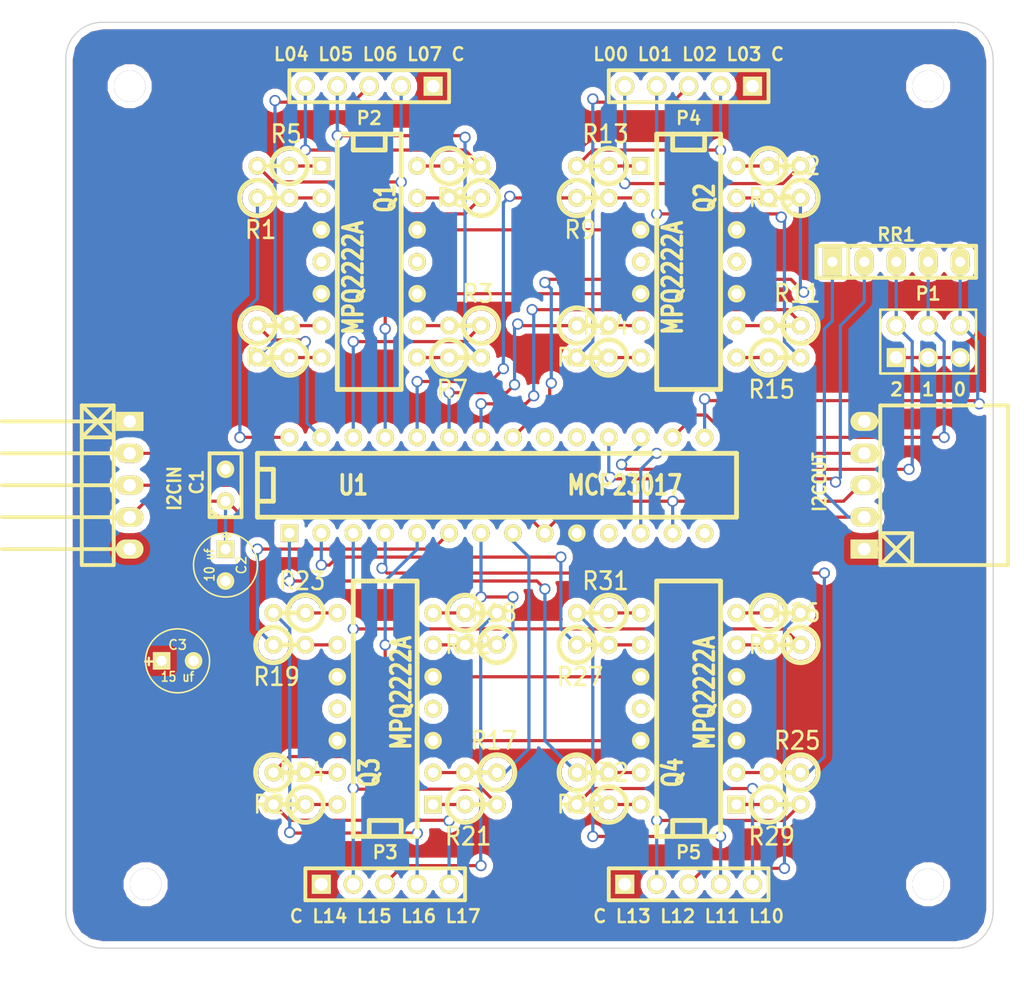
<source format=kicad_pcb>
(kicad_pcb (version 3) (host pcbnew "(2013-june-11)-stable")
  (layers (15 F.Cu signal) (0 B.Cu signal) (18 B.Paste user) (19 F.Paste user) (20 B.SilkS user) (21 F.SilkS user) (22 B.Mask user) (23 F.Mask user) (28 Edge.Cuts user))
  (net 0 "")
  (net 1 +3.3V)
  (net 2 +5V)
  (net 3 /L00)
  (net 4 /L01)
  (net 5 /L02)
  (net 6 /L03)
  (net 7 /L04)
  (net 8 /L05)
  (net 9 /L06)
  (net 10 /L07)
  (net 11 /L10)
  (net 12 /L11)
  (net 13 /L12)
  (net 14 /L13)
  (net 15 /L14)
  (net 16 /L15)
  (net 17 /L16)
  (net 18 /L17)
  (net 19 GND)
  (net 20 N-0000010)
  (net 21 N-0000013)
  (net 22 N-0000014)
  (net 23 N-0000015)
  (net 24 N-0000016)
  (net 25 N-0000017)
  (net 26 N-0000018)
  (net 27 N-0000019)
  (net 28 N-0000020)
  (net 29 N-0000021)
  (net 30 N-0000022)
  (net 31 N-0000023)
  (net 32 N-0000024)
  (net 33 N-0000036)
  (net 34 N-0000037)
  (net 35 N-0000038)
  (net 36 N-000004)
  (net 37 N-0000040)
  (net 38 N-0000041)
  (net 39 N-0000042)
  (net 40 N-0000043)
  (net 41 N-0000044)
  (net 42 N-0000045)
  (net 43 N-0000046)
  (net 44 N-0000047)
  (net 45 N-0000048)
  (net 46 N-0000049)
  (net 47 N-0000050)
  (net 48 N-0000053)
  (net 49 N-0000054)
  (net 50 N-0000055)
  (net 51 N-0000056)
  (net 52 N-000006)
  (net 53 N-0000060)
  (net 54 N-0000061)
  (net 55 N-0000062)
  (net 56 N-0000063)
  (net 57 N-0000064)
  (net 58 N-0000065)
  (net 59 N-0000066)
  (net 60 N-0000067)
  (net 61 N-0000068)
  (net 62 N-0000069)
  (net 63 N-000007)
  (net 64 N-0000070)
  (net 65 N-0000071)
  (net 66 N-0000072)
  (net 67 N-0000073)
  (net 68 N-0000074)
  (net 69 N-0000075)
  (net 70 N-000008)
  (net 71 N-000009)
  (net 72 SCL)
  (net 73 SDA)
  (module pin_socket_5-90 (layer F.Cu) (at 129.54 143.51 90)
    (fp_text reference J2 hide)
    (fp_text value I2COUT (at 0.254 -3.556 90) (layer F.SilkS) (effects (font (size 1.016 0.889) (thickness 0.2032))))
    (pad 1 thru_hole rect (at -5.08 0 90) (size 1.524 2.19964) (drill 1.00076) (layers *.Cu *.Mask F.SilkS) (net 2 +5V))
    (pad 2 thru_hole oval (at -2.54 0 90) (size 1.524 2.19964) (drill 1.00076) (layers *.Cu *.Mask F.SilkS) (net 1 +3.3V))
    (pad 3 thru_hole oval (at 0 0 90) (size 1.524 2.19964) (drill 1.00076) (layers *.Cu *.Mask F.SilkS) (net 73 SDA))
    (pad 4 thru_hole oval (at 2.54 0 90) (size 1.524 2.19964) (drill 1.00076) (layers *.Cu *.Mask F.SilkS) (net 72 SCL))
    (pad 5 thru_hole oval (at 5.08 0 90) (size 1.524 2.19964) (drill 1.00076) (layers *.Cu *.Mask F.SilkS) (net 19 GND))
  )
  (module MountingHole_2-5mm_RevA_Date21Jun2010 (layer F.Cu) (at 72.39 175.26)
    (fp_text reference MH hide)
    (fp_text value MountingHole_2-5mm_RevA_Date21Jun2010 hide)
    (pad 1 thru_hole circle (at 0 0) (size 2.49936 2.49936) (drill 2.49936) (layers))
  )
  (module MountingHole_2-5mm_RevA_Date21Jun2010 (layer F.Cu) (at 71.12 111.76)
    (fp_text reference MH hide)
    (fp_text value MountingHole_2-5mm_RevA_Date21Jun2010 hide)
    (pad 1 thru_hole circle (at 0 0) (size 2.49936 2.49936) (drill 2.49936) (layers))
  )
  (module MountingHole_2-5mm_RevA_Date21Jun2010 (layer F.Cu) (at 134.62 111.76)
    (fp_text reference MH hide)
    (fp_text value MountingHole_2-5mm_RevA_Date21Jun2010 hide)
    (pad 1 thru_hole circle (at 0 0) (size 2.49936 2.49936) (drill 2.49936) (layers))
  )
  (module MountingHole_2-5mm_RevA_Date21Jun2010 (layer F.Cu) (at 134.62 175.26)
    (fp_text reference MH hide)
    (fp_text value MountingHole_2-5mm_RevA_Date21Jun2010 hide)
    (pad 1 thru_hole circle (at 0 0) (size 2.49936 2.49936) (drill 2.49936) (layers))
  )
  (module pin_strip_5-90 (layer F.Cu) (at 71.12 143.51 270)
    (fp_text reference J1 hide)
    (fp_text value I2CIN (at 0.254 -3.556 270) (layer F.SilkS) (effects (font (size 1.016 0.889) (thickness 0.2032))))
    (pad 1 thru_hole rect (at -5.08 0 270) (size 1.524 2.19964) (drill 1.00076) (layers *.Cu *.Mask F.SilkS) (net 19 GND))
    (pad 2 thru_hole oval (at -2.54 0 270) (size 1.524 2.19964) (drill 1.00076) (layers *.Cu *.Mask F.SilkS) (net 72 SCL))
    (pad 3 thru_hole oval (at 0 0 270) (size 1.524 2.19964) (drill 1.00076) (layers *.Cu *.Mask F.SilkS) (net 73 SDA))
    (pad 4 thru_hole oval (at 2.54 0 270) (size 1.524 2.19964) (drill 1.00076) (layers *.Cu *.Mask F.SilkS) (net 1 +3.3V))
    (pad 5 thru_hole oval (at 5.08 0 270) (size 1.524 2.19964) (drill 1.00076) (layers *.Cu *.Mask F.SilkS) (net 2 +5V))
  )
  (module ScrewTerm_2.54-5 (layer F.Cu) (at 115.57 175.26)
    (fp_text reference P5 (at 0 -2.54) (layer F.SilkS) (effects (font (size 1.016 1.016) (thickness 0.2032))))
    (fp_text value "C L13 L12 L11 L10" (at 0 2.54) (layer F.SilkS) (effects (font (size 1.016 1.016) (thickness 0.2032))))
    (pad 1 thru_hole rect (at -5.08 0) (size 1.524 1.524) (drill 1.016) (layers *.Cu *.Mask F.SilkS) (net 2 +5V))
    (pad 2 thru_hole circle (at -2.54 0) (size 1.524 1.524) (drill 1.016) (layers *.Cu *.Mask F.SilkS) (net 14 /L13))
    (pad 3 thru_hole circle (at 0 0) (size 1.524 1.524) (drill 1.016) (layers *.Cu *.Mask F.SilkS) (net 13 /L12))
    (pad 4 thru_hole circle (at 2.54 0) (size 1.524 1.524) (drill 1.016) (layers *.Cu *.Mask F.SilkS) (net 12 /L11))
    (pad 5 thru_hole circle (at 5.08 0) (size 1.524 1.524) (drill 1.016) (layers *.Cu *.Mask F.SilkS) (net 11 /L10))
  )
  (module ScrewTerm_2.54-5 (layer F.Cu) (at 115.57 111.76 180)
    (fp_text reference P4 (at 0 -2.54 180) (layer F.SilkS) (effects (font (size 1.016 1.016) (thickness 0.2032))))
    (fp_text value "L00 L01 L02 L03 C" (at 0 2.54 180) (layer F.SilkS) (effects (font (size 1.016 1.016) (thickness 0.2032))))
    (pad 1 thru_hole rect (at -5.08 0 180) (size 1.524 1.524) (drill 1.016) (layers *.Cu *.Mask F.SilkS) (net 2 +5V))
    (pad 2 thru_hole circle (at -2.54 0 180) (size 1.524 1.524) (drill 1.016) (layers *.Cu *.Mask F.SilkS) (net 6 /L03))
    (pad 3 thru_hole circle (at 0 0 180) (size 1.524 1.524) (drill 1.016) (layers *.Cu *.Mask F.SilkS) (net 5 /L02))
    (pad 4 thru_hole circle (at 2.54 0 180) (size 1.524 1.524) (drill 1.016) (layers *.Cu *.Mask F.SilkS) (net 4 /L01))
    (pad 5 thru_hole circle (at 5.08 0 180) (size 1.524 1.524) (drill 1.016) (layers *.Cu *.Mask F.SilkS) (net 3 /L00))
  )
  (module ScrewTerm_2.54-5 (layer F.Cu) (at 91.44 175.26)
    (fp_text reference P3 (at 0 -2.54) (layer F.SilkS) (effects (font (size 1.016 1.016) (thickness 0.2032))))
    (fp_text value "C L14 L15 L16 L17" (at 0 2.54) (layer F.SilkS) (effects (font (size 1.016 1.016) (thickness 0.2032))))
    (pad 1 thru_hole rect (at -5.08 0) (size 1.524 1.524) (drill 1.016) (layers *.Cu *.Mask F.SilkS) (net 2 +5V))
    (pad 2 thru_hole circle (at -2.54 0) (size 1.524 1.524) (drill 1.016) (layers *.Cu *.Mask F.SilkS) (net 18 /L17))
    (pad 3 thru_hole circle (at 0 0) (size 1.524 1.524) (drill 1.016) (layers *.Cu *.Mask F.SilkS) (net 17 /L16))
    (pad 4 thru_hole circle (at 2.54 0) (size 1.524 1.524) (drill 1.016) (layers *.Cu *.Mask F.SilkS) (net 16 /L15))
    (pad 5 thru_hole circle (at 5.08 0) (size 1.524 1.524) (drill 1.016) (layers *.Cu *.Mask F.SilkS) (net 15 /L14))
  )
  (module ScrewTerm_2.54-5 (layer F.Cu) (at 90.17 111.76 180)
    (fp_text reference P2 (at 0 -2.54 180) (layer F.SilkS) (effects (font (size 1.016 1.016) (thickness 0.2032))))
    (fp_text value "L04 L05 L06 L07 C" (at 0 2.54 180) (layer F.SilkS) (effects (font (size 1.016 1.016) (thickness 0.2032))))
    (pad 1 thru_hole rect (at -5.08 0 180) (size 1.524 1.524) (drill 1.016) (layers *.Cu *.Mask F.SilkS) (net 2 +5V))
    (pad 2 thru_hole circle (at -2.54 0 180) (size 1.524 1.524) (drill 1.016) (layers *.Cu *.Mask F.SilkS) (net 10 /L07))
    (pad 3 thru_hole circle (at 0 0 180) (size 1.524 1.524) (drill 1.016) (layers *.Cu *.Mask F.SilkS) (net 9 /L06))
    (pad 4 thru_hole circle (at 2.54 0 180) (size 1.524 1.524) (drill 1.016) (layers *.Cu *.Mask F.SilkS) (net 8 /L05))
    (pad 5 thru_hole circle (at 5.08 0 180) (size 1.524 1.524) (drill 1.016) (layers *.Cu *.Mask F.SilkS) (net 7 /L04))
  )
  (module R1 (layer F.Cu) (at 123.19 133.35)
    (fp_text reference R15 (at -1.016 2.54) (layer F.SilkS) (effects (font (size 1.397 1.27) (thickness 0.2032))))
    (fp_text value "150 Ohms" hide)
    (pad 1 thru_hole circle (at -1.27 0) (size 1.397 1.397) (drill 0.8128) (layers *.Cu *.Mask F.SilkS) (net 65 N-0000071))
    (pad 2 thru_hole circle (at 1.27 0) (size 1.397 1.397) (drill 0.8128) (layers *.Cu *.Mask F.SilkS) (net 4 /L01))
  )
  (module R1 (layer F.Cu) (at 123.19 118.11)
    (fp_text reference R16 (at -1.016 2.54) (layer F.SilkS) (effects (font (size 1.397 1.27) (thickness 0.2032))))
    (fp_text value "150 Ohms" hide)
    (pad 1 thru_hole circle (at -1.27 0) (size 1.397 1.397) (drill 0.8128) (layers *.Cu *.Mask F.SilkS) (net 61 N-0000068))
    (pad 2 thru_hole circle (at 1.27 0) (size 1.397 1.397) (drill 0.8128) (layers *.Cu *.Mask F.SilkS) (net 3 /L00))
  )
  (module R1 (layer F.Cu) (at 99.06 166.37 180)
    (fp_text reference R17 (at -1.016 2.54 180) (layer F.SilkS) (effects (font (size 1.397 1.27) (thickness 0.2032))))
    (fp_text value "1K Ohms" hide)
    (pad 1 thru_hole circle (at -1.27 0 180) (size 1.397 1.397) (drill 0.8128) (layers *.Cu *.Mask F.SilkS) (net 38 N-0000041))
    (pad 2 thru_hole circle (at 1.27 0 180) (size 1.397 1.397) (drill 0.8128) (layers *.Cu *.Mask F.SilkS) (net 56 N-0000063))
  )
  (module R1 (layer F.Cu) (at 99.06 156.21 180)
    (fp_text reference R18 (at -1.016 2.54 180) (layer F.SilkS) (effects (font (size 1.397 1.27) (thickness 0.2032))))
    (fp_text value "1K Ohms" hide)
    (pad 1 thru_hole circle (at -1.27 0 180) (size 1.397 1.397) (drill 0.8128) (layers *.Cu *.Mask F.SilkS) (net 37 N-0000040))
    (pad 2 thru_hole circle (at 1.27 0 180) (size 1.397 1.397) (drill 0.8128) (layers *.Cu *.Mask F.SilkS) (net 55 N-0000062))
  )
  (module R1 (layer F.Cu) (at 83.82 156.21)
    (fp_text reference R19 (at -1.016 2.54) (layer F.SilkS) (effects (font (size 1.397 1.27) (thickness 0.2032))))
    (fp_text value "1K Ohms" hide)
    (pad 1 thru_hole circle (at -1.27 0) (size 1.397 1.397) (drill 0.8128) (layers *.Cu *.Mask F.SilkS) (net 43 N-0000046))
    (pad 2 thru_hole circle (at 1.27 0) (size 1.397 1.397) (drill 0.8128) (layers *.Cu *.Mask F.SilkS) (net 54 N-0000061))
  )
  (module R1 (layer F.Cu) (at 83.82 166.37)
    (fp_text reference R20 (at -1.016 2.54) (layer F.SilkS) (effects (font (size 1.397 1.27) (thickness 0.2032))))
    (fp_text value "1K Ohms" hide)
    (pad 1 thru_hole circle (at -1.27 0) (size 1.397 1.397) (drill 0.8128) (layers *.Cu *.Mask F.SilkS) (net 42 N-0000045))
    (pad 2 thru_hole circle (at 1.27 0) (size 1.397 1.397) (drill 0.8128) (layers *.Cu *.Mask F.SilkS) (net 53 N-0000060))
  )
  (module R1 (layer F.Cu) (at 99.06 168.91)
    (fp_text reference R21 (at -1.016 2.54) (layer F.SilkS) (effects (font (size 1.397 1.27) (thickness 0.2032))))
    (fp_text value "150 Ohms" hide)
    (pad 1 thru_hole circle (at -1.27 0) (size 1.397 1.397) (drill 0.8128) (layers *.Cu *.Mask F.SilkS) (net 60 N-0000067))
    (pad 2 thru_hole circle (at 1.27 0) (size 1.397 1.397) (drill 0.8128) (layers *.Cu *.Mask F.SilkS) (net 18 /L17))
  )
  (module R1 (layer F.Cu) (at 99.06 153.67)
    (fp_text reference R22 (at -1.016 2.54) (layer F.SilkS) (effects (font (size 1.397 1.27) (thickness 0.2032))))
    (fp_text value "150 Ohms" hide)
    (pad 1 thru_hole circle (at -1.27 0) (size 1.397 1.397) (drill 0.8128) (layers *.Cu *.Mask F.SilkS) (net 59 N-0000066))
    (pad 2 thru_hole circle (at 1.27 0) (size 1.397 1.397) (drill 0.8128) (layers *.Cu *.Mask F.SilkS) (net 17 /L16))
  )
  (module R1 (layer F.Cu) (at 83.82 153.67 180)
    (fp_text reference R23 (at -1.016 2.54 180) (layer F.SilkS) (effects (font (size 1.397 1.27) (thickness 0.2032))))
    (fp_text value "150 Ohms" hide)
    (pad 1 thru_hole circle (at -1.27 0 180) (size 1.397 1.397) (drill 0.8128) (layers *.Cu *.Mask F.SilkS) (net 58 N-0000065))
    (pad 2 thru_hole circle (at 1.27 0 180) (size 1.397 1.397) (drill 0.8128) (layers *.Cu *.Mask F.SilkS) (net 16 /L15))
  )
  (module R1 (layer F.Cu) (at 83.82 168.91 180)
    (fp_text reference R24 (at -1.016 2.54 180) (layer F.SilkS) (effects (font (size 1.397 1.27) (thickness 0.2032))))
    (fp_text value "150 Ohms" hide)
    (pad 1 thru_hole circle (at -1.27 0 180) (size 1.397 1.397) (drill 0.8128) (layers *.Cu *.Mask F.SilkS) (net 57 N-0000064))
    (pad 2 thru_hole circle (at 1.27 0 180) (size 1.397 1.397) (drill 0.8128) (layers *.Cu *.Mask F.SilkS) (net 15 /L14))
  )
  (module R1 (layer F.Cu) (at 123.19 166.37 180)
    (fp_text reference R25 (at -1.016 2.54 180) (layer F.SilkS) (effects (font (size 1.397 1.27) (thickness 0.2032))))
    (fp_text value "1K Ohms" hide)
    (pad 1 thru_hole circle (at -1.27 0 180) (size 1.397 1.397) (drill 0.8128) (layers *.Cu *.Mask F.SilkS) (net 30 N-0000022))
    (pad 2 thru_hole circle (at 1.27 0 180) (size 1.397 1.397) (drill 0.8128) (layers *.Cu *.Mask F.SilkS) (net 26 N-0000018))
  )
  (module R1 (layer F.Cu) (at 123.19 156.21 180)
    (fp_text reference R26 (at -1.016 2.54 180) (layer F.SilkS) (effects (font (size 1.397 1.27) (thickness 0.2032))))
    (fp_text value "1K Ohms" hide)
    (pad 1 thru_hole circle (at -1.27 0 180) (size 1.397 1.397) (drill 0.8128) (layers *.Cu *.Mask F.SilkS) (net 29 N-0000021))
    (pad 2 thru_hole circle (at 1.27 0 180) (size 1.397 1.397) (drill 0.8128) (layers *.Cu *.Mask F.SilkS) (net 25 N-0000017))
  )
  (module R1 (layer F.Cu) (at 107.95 156.21)
    (fp_text reference R27 (at -1.016 2.54) (layer F.SilkS) (effects (font (size 1.397 1.27) (thickness 0.2032))))
    (fp_text value "1K Ohms" hide)
    (pad 1 thru_hole circle (at -1.27 0) (size 1.397 1.397) (drill 0.8128) (layers *.Cu *.Mask F.SilkS) (net 28 N-0000020))
    (pad 2 thru_hole circle (at 1.27 0) (size 1.397 1.397) (drill 0.8128) (layers *.Cu *.Mask F.SilkS) (net 24 N-0000016))
  )
  (module R1 (layer F.Cu) (at 107.95 166.37)
    (fp_text reference R28 (at -1.016 2.54) (layer F.SilkS) (effects (font (size 1.397 1.27) (thickness 0.2032))))
    (fp_text value "1K Ohms" hide)
    (pad 1 thru_hole circle (at -1.27 0) (size 1.397 1.397) (drill 0.8128) (layers *.Cu *.Mask F.SilkS) (net 27 N-0000019))
    (pad 2 thru_hole circle (at 1.27 0) (size 1.397 1.397) (drill 0.8128) (layers *.Cu *.Mask F.SilkS) (net 23 N-0000015))
  )
  (module R1 (layer F.Cu) (at 123.19 168.91)
    (fp_text reference R29 (at -1.016 2.54) (layer F.SilkS) (effects (font (size 1.397 1.27) (thickness 0.2032))))
    (fp_text value "150 Ohms" hide)
    (pad 1 thru_hole circle (at -1.27 0) (size 1.397 1.397) (drill 0.8128) (layers *.Cu *.Mask F.SilkS) (net 22 N-0000014))
    (pad 2 thru_hole circle (at 1.27 0) (size 1.397 1.397) (drill 0.8128) (layers *.Cu *.Mask F.SilkS) (net 14 /L13))
  )
  (module R1 (layer F.Cu) (at 123.19 153.67)
    (fp_text reference R30 (at -1.016 2.54) (layer F.SilkS) (effects (font (size 1.397 1.27) (thickness 0.2032))))
    (fp_text value "150 Ohms" hide)
    (pad 1 thru_hole circle (at -1.27 0) (size 1.397 1.397) (drill 0.8128) (layers *.Cu *.Mask F.SilkS) (net 21 N-0000013))
    (pad 2 thru_hole circle (at 1.27 0) (size 1.397 1.397) (drill 0.8128) (layers *.Cu *.Mask F.SilkS) (net 13 /L12))
  )
  (module R1 (layer F.Cu) (at 107.95 153.67 180)
    (fp_text reference R31 (at -1.016 2.54 180) (layer F.SilkS) (effects (font (size 1.397 1.27) (thickness 0.2032))))
    (fp_text value "150 Ohms" hide)
    (pad 1 thru_hole circle (at -1.27 0 180) (size 1.397 1.397) (drill 0.8128) (layers *.Cu *.Mask F.SilkS) (net 32 N-0000024))
    (pad 2 thru_hole circle (at 1.27 0 180) (size 1.397 1.397) (drill 0.8128) (layers *.Cu *.Mask F.SilkS) (net 12 /L11))
  )
  (module R1 (layer F.Cu) (at 107.95 168.91 180)
    (fp_text reference R32 (at -1.016 2.54 180) (layer F.SilkS) (effects (font (size 1.397 1.27) (thickness 0.2032))))
    (fp_text value "150 Ohms" hide)
    (pad 1 thru_hole circle (at -1.27 0 180) (size 1.397 1.397) (drill 0.8128) (layers *.Cu *.Mask F.SilkS) (net 31 N-0000023))
    (pad 2 thru_hole circle (at 1.27 0 180) (size 1.397 1.397) (drill 0.8128) (layers *.Cu *.Mask F.SilkS) (net 11 /L10))
  )
  (module R1 (layer F.Cu) (at 82.55 120.65)
    (fp_text reference R1 (at -1.016 2.54) (layer F.SilkS) (effects (font (size 1.397 1.27) (thickness 0.2032))))
    (fp_text value "1K Ohms" hide)
    (pad 1 thru_hole circle (at -1.27 0) (size 1.397 1.397) (drill 0.8128) (layers *.Cu *.Mask F.SilkS) (net 20 N-0000010))
    (pad 2 thru_hole circle (at 1.27 0) (size 1.397 1.397) (drill 0.8128) (layers *.Cu *.Mask F.SilkS) (net 46 N-0000049))
  )
  (module R1 (layer F.Cu) (at 82.55 130.81)
    (fp_text reference R2 (at -1.016 2.54) (layer F.SilkS) (effects (font (size 1.397 1.27) (thickness 0.2032))))
    (fp_text value "1K Ohms" hide)
    (pad 1 thru_hole circle (at -1.27 0) (size 1.397 1.397) (drill 0.8128) (layers *.Cu *.Mask F.SilkS) (net 71 N-000009))
    (pad 2 thru_hole circle (at 1.27 0) (size 1.397 1.397) (drill 0.8128) (layers *.Cu *.Mask F.SilkS) (net 45 N-0000048))
  )
  (module R1 (layer F.Cu) (at 97.79 130.81 180)
    (fp_text reference R3 (at -1.016 2.54 180) (layer F.SilkS) (effects (font (size 1.397 1.27) (thickness 0.2032))))
    (fp_text value "1K Ohms" hide)
    (pad 1 thru_hole circle (at -1.27 0 180) (size 1.397 1.397) (drill 0.8128) (layers *.Cu *.Mask F.SilkS) (net 70 N-000008))
    (pad 2 thru_hole circle (at 1.27 0 180) (size 1.397 1.397) (drill 0.8128) (layers *.Cu *.Mask F.SilkS) (net 44 N-0000047))
  )
  (module R1 (layer F.Cu) (at 97.79 120.65 180)
    (fp_text reference R4 (at -1.016 2.54 180) (layer F.SilkS) (effects (font (size 1.397 1.27) (thickness 0.2032))))
    (fp_text value "1K Ohms" hide)
    (pad 1 thru_hole circle (at -1.27 0 180) (size 1.397 1.397) (drill 0.8128) (layers *.Cu *.Mask F.SilkS) (net 63 N-000007))
    (pad 2 thru_hole circle (at 1.27 0 180) (size 1.397 1.397) (drill 0.8128) (layers *.Cu *.Mask F.SilkS) (net 50 N-0000055))
  )
  (module R1 (layer F.Cu) (at 82.55 118.11 180)
    (fp_text reference R5 (at -1.016 2.54 180) (layer F.SilkS) (effects (font (size 1.397 1.27) (thickness 0.2032))))
    (fp_text value "150 Ohms" hide)
    (pad 1 thru_hole circle (at -1.27 0 180) (size 1.397 1.397) (drill 0.8128) (layers *.Cu *.Mask F.SilkS) (net 47 N-0000050))
    (pad 2 thru_hole circle (at 1.27 0 180) (size 1.397 1.397) (drill 0.8128) (layers *.Cu *.Mask F.SilkS) (net 10 /L07))
  )
  (module R1 (layer F.Cu) (at 82.55 133.35 180)
    (fp_text reference R6 (at -1.016 2.54 180) (layer F.SilkS) (effects (font (size 1.397 1.27) (thickness 0.2032))))
    (fp_text value "150 Ohms" hide)
    (pad 1 thru_hole circle (at -1.27 0 180) (size 1.397 1.397) (drill 0.8128) (layers *.Cu *.Mask F.SilkS) (net 49 N-0000054))
    (pad 2 thru_hole circle (at 1.27 0 180) (size 1.397 1.397) (drill 0.8128) (layers *.Cu *.Mask F.SilkS) (net 9 /L06))
  )
  (module R1 (layer F.Cu) (at 97.79 133.35)
    (fp_text reference R7 (at -1.016 2.54) (layer F.SilkS) (effects (font (size 1.397 1.27) (thickness 0.2032))))
    (fp_text value "150 Ohms" hide)
    (pad 1 thru_hole circle (at -1.27 0) (size 1.397 1.397) (drill 0.8128) (layers *.Cu *.Mask F.SilkS) (net 48 N-0000053))
    (pad 2 thru_hole circle (at 1.27 0) (size 1.397 1.397) (drill 0.8128) (layers *.Cu *.Mask F.SilkS) (net 8 /L05))
  )
  (module R1 (layer F.Cu) (at 97.79 118.11)
    (fp_text reference R8 (at -1.016 2.54) (layer F.SilkS) (effects (font (size 1.397 1.27) (thickness 0.2032))))
    (fp_text value "150 Ohms" hide)
    (pad 1 thru_hole circle (at -1.27 0) (size 1.397 1.397) (drill 0.8128) (layers *.Cu *.Mask F.SilkS) (net 51 N-0000056))
    (pad 2 thru_hole circle (at 1.27 0) (size 1.397 1.397) (drill 0.8128) (layers *.Cu *.Mask F.SilkS) (net 7 /L04))
  )
  (module R1 (layer F.Cu) (at 107.95 120.65)
    (fp_text reference R9 (at -1.016 2.54) (layer F.SilkS) (effects (font (size 1.397 1.27) (thickness 0.2032))))
    (fp_text value "1K Ohms" hide)
    (pad 1 thru_hole circle (at -1.27 0) (size 1.397 1.397) (drill 0.8128) (layers *.Cu *.Mask F.SilkS) (net 52 N-000006))
    (pad 2 thru_hole circle (at 1.27 0) (size 1.397 1.397) (drill 0.8128) (layers *.Cu *.Mask F.SilkS) (net 68 N-0000074))
  )
  (module R1 (layer F.Cu) (at 107.95 130.81)
    (fp_text reference R10 (at -1.016 2.54) (layer F.SilkS) (effects (font (size 1.397 1.27) (thickness 0.2032))))
    (fp_text value "1K Ohms" hide)
    (pad 1 thru_hole circle (at -1.27 0) (size 1.397 1.397) (drill 0.8128) (layers *.Cu *.Mask F.SilkS) (net 41 N-0000044))
    (pad 2 thru_hole circle (at 1.27 0) (size 1.397 1.397) (drill 0.8128) (layers *.Cu *.Mask F.SilkS) (net 67 N-0000073))
  )
  (module R1 (layer F.Cu) (at 123.19 130.81 180)
    (fp_text reference R11 (at -1.016 2.54 180) (layer F.SilkS) (effects (font (size 1.397 1.27) (thickness 0.2032))))
    (fp_text value "1K Ohms" hide)
    (pad 1 thru_hole circle (at -1.27 0 180) (size 1.397 1.397) (drill 0.8128) (layers *.Cu *.Mask F.SilkS) (net 40 N-0000043))
    (pad 2 thru_hole circle (at 1.27 0 180) (size 1.397 1.397) (drill 0.8128) (layers *.Cu *.Mask F.SilkS) (net 64 N-0000070))
  )
  (module R1 (layer F.Cu) (at 123.19 120.65 180)
    (fp_text reference R12 (at -1.016 2.54 180) (layer F.SilkS) (effects (font (size 1.397 1.27) (thickness 0.2032))))
    (fp_text value "1K Ohms" hide)
    (pad 1 thru_hole circle (at -1.27 0 180) (size 1.397 1.397) (drill 0.8128) (layers *.Cu *.Mask F.SilkS) (net 39 N-0000042))
    (pad 2 thru_hole circle (at 1.27 0 180) (size 1.397 1.397) (drill 0.8128) (layers *.Cu *.Mask F.SilkS) (net 62 N-0000069))
  )
  (module R1 (layer F.Cu) (at 107.95 118.11 180)
    (fp_text reference R13 (at -1.016 2.54 180) (layer F.SilkS) (effects (font (size 1.397 1.27) (thickness 0.2032))))
    (fp_text value "150 Ohms" hide)
    (pad 1 thru_hole circle (at -1.27 0 180) (size 1.397 1.397) (drill 0.8128) (layers *.Cu *.Mask F.SilkS) (net 69 N-0000075))
    (pad 2 thru_hole circle (at 1.27 0 180) (size 1.397 1.397) (drill 0.8128) (layers *.Cu *.Mask F.SilkS) (net 6 /L03))
  )
  (module R1 (layer F.Cu) (at 107.95 133.35 180)
    (fp_text reference R14 (at -1.016 2.54 180) (layer F.SilkS) (effects (font (size 1.397 1.27) (thickness 0.2032))))
    (fp_text value "150 Ohms" hide)
    (pad 1 thru_hole circle (at -1.27 0 180) (size 1.397 1.397) (drill 0.8128) (layers *.Cu *.Mask F.SilkS) (net 66 N-0000072))
    (pad 2 thru_hole circle (at 1.27 0 180) (size 1.397 1.397) (drill 0.8128) (layers *.Cu *.Mask F.SilkS) (net 5 /L02))
  )
  (module r-sil_5 (layer F.Cu) (at 132.08 125.73)
    (fp_text reference RR1 (at 0 -2.159) (layer F.SilkS) (effects (font (size 1.016 1.016) (thickness 0.2032))))
    (fp_text value "10K Ohms" hide)
    (pad 1 thru_hole rect (at -5.08 0) (size 1.524 2.19964) (drill 0.8001) (layers *.Cu *.Mask F.SilkS) (net 1 +3.3V))
    (pad 2 thru_hole oval (at -2.54 0) (size 1.524 2.19964) (drill 0.8001) (layers *.Cu *.Mask F.SilkS) (net 36 N-000004))
    (pad 3 thru_hole oval (at 0 0) (size 1.524 2.19964) (drill 0.8001) (layers *.Cu *.Mask F.SilkS) (net 35 N-0000038))
    (pad 4 thru_hole oval (at 2.54 0) (size 1.524 2.19964) (drill 0.8001) (layers *.Cu *.Mask F.SilkS) (net 34 N-0000037))
    (pad 5 thru_hole oval (at 5.08 0) (size 1.524 2.19964) (drill 0.8001) (layers *.Cu *.Mask F.SilkS) (net 33 N-0000036))
  )
  (module pin_array_3x2 (layer F.Cu) (at 134.62 132.08)
    (fp_text reference P1 (at 0 -3.81) (layer F.SilkS) (effects (font (size 1.016 1.016) (thickness 0.2032))))
    (fp_text value "2  1  0" (at 0 3.81) (layer F.SilkS) (effects (font (size 1.016 1.016) (thickness 0.2032))))
    (pad 1 thru_hole rect (at -2.54 1.27) (size 1.524 1.524) (drill 1.016) (layers *.Cu *.Mask F.SilkS) (net 19 GND))
    (pad 2 thru_hole circle (at -2.54 -1.27) (size 1.524 1.524) (drill 1.016) (layers *.Cu *.Mask F.SilkS) (net 35 N-0000038))
    (pad 3 thru_hole circle (at 0 1.27) (size 1.524 1.524) (drill 1.016) (layers *.Cu *.Mask F.SilkS) (net 19 GND))
    (pad 4 thru_hole circle (at 0 -1.27) (size 1.524 1.524) (drill 1.016) (layers *.Cu *.Mask F.SilkS) (net 34 N-0000037))
    (pad 5 thru_hole circle (at 2.54 1.27) (size 1.524 1.524) (drill 1.016) (layers *.Cu *.Mask F.SilkS) (net 19 GND))
    (pad 6 thru_hole circle (at 2.54 -1.27) (size 1.524 1.524) (drill 1.016) (layers *.Cu *.Mask F.SilkS) (net 33 N-0000036))
  )
  (module DIP-28__300 (layer F.Cu) (at 100.33 143.51)
    (fp_text reference U1 (at -11.43 0) (layer F.SilkS) (effects (font (size 1.524 1.143) (thickness 0.3048))))
    (fp_text value MCP23017 (at 10.16 0) (layer F.SilkS) (effects (font (size 1.524 1.143) (thickness 0.3048))))
    (pad 2 thru_hole circle (at -13.97 3.81) (size 1.397 1.397) (drill 0.8128) (layers *.Cu *.Mask F.SilkS) (net 28 N-0000020))
    (pad 3 thru_hole circle (at -11.43 3.81) (size 1.397 1.397) (drill 0.8128) (layers *.Cu *.Mask F.SilkS) (net 29 N-0000021))
    (pad 4 thru_hole circle (at -8.89 3.81) (size 1.397 1.397) (drill 0.8128) (layers *.Cu *.Mask F.SilkS) (net 30 N-0000022))
    (pad 5 thru_hole circle (at -6.35 3.81) (size 1.397 1.397) (drill 0.8128) (layers *.Cu *.Mask F.SilkS) (net 42 N-0000045))
    (pad 6 thru_hole circle (at -3.81 3.81) (size 1.397 1.397) (drill 0.8128) (layers *.Cu *.Mask F.SilkS) (net 43 N-0000046))
    (pad 7 thru_hole circle (at -1.27 3.81) (size 1.397 1.397) (drill 0.8128) (layers *.Cu *.Mask F.SilkS) (net 37 N-0000040))
    (pad 8 thru_hole circle (at 1.27 3.81) (size 1.397 1.397) (drill 0.8128) (layers *.Cu *.Mask F.SilkS) (net 38 N-0000041))
    (pad 9 thru_hole circle (at 3.81 3.81) (size 1.397 1.397) (drill 0.8128) (layers *.Cu *.Mask F.SilkS) (net 1 +3.3V))
    (pad 10 thru_hole circle (at 6.35 3.81) (size 1.397 1.397) (drill 0.8128) (layers *.Cu *.Mask F.SilkS) (net 19 GND))
    (pad 11 thru_hole circle (at 8.89 3.81) (size 1.397 1.397) (drill 0.8128) (layers *.Cu *.Mask F.SilkS))
    (pad 12 thru_hole circle (at 11.43 3.81) (size 1.397 1.397) (drill 0.8128) (layers *.Cu *.Mask F.SilkS) (net 72 SCL))
    (pad 13 thru_hole circle (at 13.97 3.81) (size 1.397 1.397) (drill 0.8128) (layers *.Cu *.Mask F.SilkS) (net 73 SDA))
    (pad 14 thru_hole circle (at 16.51 3.81) (size 1.397 1.397) (drill 0.8128) (layers *.Cu *.Mask F.SilkS))
    (pad 1 thru_hole rect (at -16.51 3.81) (size 1.397 1.397) (drill 0.8128) (layers *.Cu *.Mask F.SilkS) (net 27 N-0000019))
    (pad 15 thru_hole circle (at 16.51 -3.81) (size 1.397 1.397) (drill 0.8128) (layers *.Cu *.Mask F.SilkS) (net 33 N-0000036))
    (pad 16 thru_hole circle (at 13.97 -3.81) (size 1.397 1.397) (drill 0.8128) (layers *.Cu *.Mask F.SilkS) (net 34 N-0000037))
    (pad 17 thru_hole circle (at 11.43 -3.81) (size 1.397 1.397) (drill 0.8128) (layers *.Cu *.Mask F.SilkS) (net 35 N-0000038))
    (pad 18 thru_hole circle (at 8.89 -3.81) (size 1.397 1.397) (drill 0.8128) (layers *.Cu *.Mask F.SilkS) (net 36 N-000004))
    (pad 19 thru_hole circle (at 6.35 -3.81) (size 1.397 1.397) (drill 0.8128) (layers *.Cu *.Mask F.SilkS))
    (pad 20 thru_hole circle (at 3.81 -3.81) (size 1.397 1.397) (drill 0.8128) (layers *.Cu *.Mask F.SilkS))
    (pad 21 thru_hole circle (at 1.27 -3.81) (size 1.397 1.397) (drill 0.8128) (layers *.Cu *.Mask F.SilkS) (net 39 N-0000042))
    (pad 22 thru_hole circle (at -1.27 -3.81) (size 1.397 1.397) (drill 0.8128) (layers *.Cu *.Mask F.SilkS) (net 40 N-0000043))
    (pad 23 thru_hole circle (at -3.81 -3.81) (size 1.397 1.397) (drill 0.8128) (layers *.Cu *.Mask F.SilkS) (net 41 N-0000044))
    (pad 24 thru_hole circle (at -6.35 -3.81) (size 1.397 1.397) (drill 0.8128) (layers *.Cu *.Mask F.SilkS) (net 52 N-000006))
    (pad 25 thru_hole circle (at -8.89 -3.81) (size 1.397 1.397) (drill 0.8128) (layers *.Cu *.Mask F.SilkS) (net 63 N-000007))
    (pad 26 thru_hole circle (at -11.43 -3.81) (size 1.397 1.397) (drill 0.8128) (layers *.Cu *.Mask F.SilkS) (net 70 N-000008))
    (pad 27 thru_hole circle (at -13.97 -3.81) (size 1.397 1.397) (drill 0.8128) (layers *.Cu *.Mask F.SilkS) (net 71 N-000009))
    (pad 28 thru_hole circle (at -16.51 -3.81) (size 1.397 1.397) (drill 0.8128) (layers *.Cu *.Mask F.SilkS) (net 20 N-0000010))
  )
  (module DIP-14__300 (layer F.Cu) (at 115.57 125.73 270)
    (fp_text reference Q2 (at -5.08 -1.27 270) (layer F.SilkS) (effects (font (size 1.524 1.143) (thickness 0.3048))))
    (fp_text value MPQ2222A (at 1.27 1.27 270) (layer F.SilkS) (effects (font (size 1.524 1.143) (thickness 0.3048))))
    (pad 1 thru_hole rect (at -7.62 3.81 270) (size 1.397 1.397) (drill 0.8128) (layers *.Cu *.Mask F.SilkS) (net 69 N-0000075))
    (pad 2 thru_hole circle (at -5.08 3.81 270) (size 1.397 1.397) (drill 0.8128) (layers *.Cu *.Mask F.SilkS) (net 68 N-0000074))
    (pad 3 thru_hole circle (at -2.54 3.81 270) (size 1.397 1.397) (drill 0.8128) (layers *.Cu *.Mask F.SilkS) (net 19 GND))
    (pad 4 thru_hole circle (at 0 3.81 270) (size 1.397 1.397) (drill 0.8128) (layers *.Cu *.Mask F.SilkS))
    (pad 5 thru_hole circle (at 2.54 3.81 270) (size 1.397 1.397) (drill 0.8128) (layers *.Cu *.Mask F.SilkS) (net 19 GND))
    (pad 6 thru_hole circle (at 5.08 3.81 270) (size 1.397 1.397) (drill 0.8128) (layers *.Cu *.Mask F.SilkS) (net 67 N-0000073))
    (pad 7 thru_hole circle (at 7.62 3.81 270) (size 1.397 1.397) (drill 0.8128) (layers *.Cu *.Mask F.SilkS) (net 66 N-0000072))
    (pad 8 thru_hole circle (at 7.62 -3.81 270) (size 1.397 1.397) (drill 0.8128) (layers *.Cu *.Mask F.SilkS) (net 65 N-0000071))
    (pad 9 thru_hole circle (at 5.08 -3.81 270) (size 1.397 1.397) (drill 0.8128) (layers *.Cu *.Mask F.SilkS) (net 64 N-0000070))
    (pad 10 thru_hole circle (at 2.54 -3.81 270) (size 1.397 1.397) (drill 0.8128) (layers *.Cu *.Mask F.SilkS) (net 19 GND))
    (pad 11 thru_hole circle (at 0 -3.81 270) (size 1.397 1.397) (drill 0.8128) (layers *.Cu *.Mask F.SilkS))
    (pad 12 thru_hole circle (at -2.54 -3.81 270) (size 1.397 1.397) (drill 0.8128) (layers *.Cu *.Mask F.SilkS) (net 19 GND))
    (pad 13 thru_hole circle (at -5.08 -3.81 270) (size 1.397 1.397) (drill 0.8128) (layers *.Cu *.Mask F.SilkS) (net 62 N-0000069))
    (pad 14 thru_hole circle (at -7.62 -3.81 270) (size 1.397 1.397) (drill 0.8128) (layers *.Cu *.Mask F.SilkS) (net 61 N-0000068))
  )
  (module DIP-14__300 (layer F.Cu) (at 115.57 161.29 90)
    (fp_text reference Q4 (at -5.08 -1.27 90) (layer F.SilkS) (effects (font (size 1.524 1.143) (thickness 0.3048))))
    (fp_text value MPQ2222A (at 1.27 1.27 90) (layer F.SilkS) (effects (font (size 1.524 1.143) (thickness 0.3048))))
    (pad 1 thru_hole rect (at -7.62 3.81 90) (size 1.397 1.397) (drill 0.8128) (layers *.Cu *.Mask F.SilkS) (net 22 N-0000014))
    (pad 2 thru_hole circle (at -5.08 3.81 90) (size 1.397 1.397) (drill 0.8128) (layers *.Cu *.Mask F.SilkS) (net 26 N-0000018))
    (pad 3 thru_hole circle (at -2.54 3.81 90) (size 1.397 1.397) (drill 0.8128) (layers *.Cu *.Mask F.SilkS) (net 19 GND))
    (pad 4 thru_hole circle (at 0 3.81 90) (size 1.397 1.397) (drill 0.8128) (layers *.Cu *.Mask F.SilkS))
    (pad 5 thru_hole circle (at 2.54 3.81 90) (size 1.397 1.397) (drill 0.8128) (layers *.Cu *.Mask F.SilkS) (net 19 GND))
    (pad 6 thru_hole circle (at 5.08 3.81 90) (size 1.397 1.397) (drill 0.8128) (layers *.Cu *.Mask F.SilkS) (net 25 N-0000017))
    (pad 7 thru_hole circle (at 7.62 3.81 90) (size 1.397 1.397) (drill 0.8128) (layers *.Cu *.Mask F.SilkS) (net 21 N-0000013))
    (pad 8 thru_hole circle (at 7.62 -3.81 90) (size 1.397 1.397) (drill 0.8128) (layers *.Cu *.Mask F.SilkS) (net 32 N-0000024))
    (pad 9 thru_hole circle (at 5.08 -3.81 90) (size 1.397 1.397) (drill 0.8128) (layers *.Cu *.Mask F.SilkS) (net 24 N-0000016))
    (pad 10 thru_hole circle (at 2.54 -3.81 90) (size 1.397 1.397) (drill 0.8128) (layers *.Cu *.Mask F.SilkS) (net 19 GND))
    (pad 11 thru_hole circle (at 0 -3.81 90) (size 1.397 1.397) (drill 0.8128) (layers *.Cu *.Mask F.SilkS))
    (pad 12 thru_hole circle (at -2.54 -3.81 90) (size 1.397 1.397) (drill 0.8128) (layers *.Cu *.Mask F.SilkS) (net 19 GND))
    (pad 13 thru_hole circle (at -5.08 -3.81 90) (size 1.397 1.397) (drill 0.8128) (layers *.Cu *.Mask F.SilkS) (net 23 N-0000015))
    (pad 14 thru_hole circle (at -7.62 -3.81 90) (size 1.397 1.397) (drill 0.8128) (layers *.Cu *.Mask F.SilkS) (net 31 N-0000023))
  )
  (module DIP-14__300 (layer F.Cu) (at 91.44 161.29 90)
    (fp_text reference Q3 (at -5.08 -1.27 90) (layer F.SilkS) (effects (font (size 1.524 1.143) (thickness 0.3048))))
    (fp_text value MPQ2222A (at 1.27 1.27 90) (layer F.SilkS) (effects (font (size 1.524 1.143) (thickness 0.3048))))
    (pad 1 thru_hole rect (at -7.62 3.81 90) (size 1.397 1.397) (drill 0.8128) (layers *.Cu *.Mask F.SilkS) (net 60 N-0000067))
    (pad 2 thru_hole circle (at -5.08 3.81 90) (size 1.397 1.397) (drill 0.8128) (layers *.Cu *.Mask F.SilkS) (net 56 N-0000063))
    (pad 3 thru_hole circle (at -2.54 3.81 90) (size 1.397 1.397) (drill 0.8128) (layers *.Cu *.Mask F.SilkS) (net 19 GND))
    (pad 4 thru_hole circle (at 0 3.81 90) (size 1.397 1.397) (drill 0.8128) (layers *.Cu *.Mask F.SilkS))
    (pad 5 thru_hole circle (at 2.54 3.81 90) (size 1.397 1.397) (drill 0.8128) (layers *.Cu *.Mask F.SilkS) (net 19 GND))
    (pad 6 thru_hole circle (at 5.08 3.81 90) (size 1.397 1.397) (drill 0.8128) (layers *.Cu *.Mask F.SilkS) (net 55 N-0000062))
    (pad 7 thru_hole circle (at 7.62 3.81 90) (size 1.397 1.397) (drill 0.8128) (layers *.Cu *.Mask F.SilkS) (net 59 N-0000066))
    (pad 8 thru_hole circle (at 7.62 -3.81 90) (size 1.397 1.397) (drill 0.8128) (layers *.Cu *.Mask F.SilkS) (net 58 N-0000065))
    (pad 9 thru_hole circle (at 5.08 -3.81 90) (size 1.397 1.397) (drill 0.8128) (layers *.Cu *.Mask F.SilkS) (net 54 N-0000061))
    (pad 10 thru_hole circle (at 2.54 -3.81 90) (size 1.397 1.397) (drill 0.8128) (layers *.Cu *.Mask F.SilkS) (net 19 GND))
    (pad 11 thru_hole circle (at 0 -3.81 90) (size 1.397 1.397) (drill 0.8128) (layers *.Cu *.Mask F.SilkS))
    (pad 12 thru_hole circle (at -2.54 -3.81 90) (size 1.397 1.397) (drill 0.8128) (layers *.Cu *.Mask F.SilkS) (net 19 GND))
    (pad 13 thru_hole circle (at -5.08 -3.81 90) (size 1.397 1.397) (drill 0.8128) (layers *.Cu *.Mask F.SilkS) (net 53 N-0000060))
    (pad 14 thru_hole circle (at -7.62 -3.81 90) (size 1.397 1.397) (drill 0.8128) (layers *.Cu *.Mask F.SilkS) (net 57 N-0000064))
  )
  (module DIP-14__300 (layer F.Cu) (at 90.17 125.73 270)
    (fp_text reference Q1 (at -5.08 -1.27 270) (layer F.SilkS) (effects (font (size 1.524 1.143) (thickness 0.3048))))
    (fp_text value MPQ2222A (at 1.27 1.27 270) (layer F.SilkS) (effects (font (size 1.524 1.143) (thickness 0.3048))))
    (pad 1 thru_hole rect (at -7.62 3.81 270) (size 1.397 1.397) (drill 0.8128) (layers *.Cu *.Mask F.SilkS) (net 47 N-0000050))
    (pad 2 thru_hole circle (at -5.08 3.81 270) (size 1.397 1.397) (drill 0.8128) (layers *.Cu *.Mask F.SilkS) (net 46 N-0000049))
    (pad 3 thru_hole circle (at -2.54 3.81 270) (size 1.397 1.397) (drill 0.8128) (layers *.Cu *.Mask F.SilkS) (net 19 GND))
    (pad 4 thru_hole circle (at 0 3.81 270) (size 1.397 1.397) (drill 0.8128) (layers *.Cu *.Mask F.SilkS))
    (pad 5 thru_hole circle (at 2.54 3.81 270) (size 1.397 1.397) (drill 0.8128) (layers *.Cu *.Mask F.SilkS) (net 19 GND))
    (pad 6 thru_hole circle (at 5.08 3.81 270) (size 1.397 1.397) (drill 0.8128) (layers *.Cu *.Mask F.SilkS) (net 45 N-0000048))
    (pad 7 thru_hole circle (at 7.62 3.81 270) (size 1.397 1.397) (drill 0.8128) (layers *.Cu *.Mask F.SilkS) (net 49 N-0000054))
    (pad 8 thru_hole circle (at 7.62 -3.81 270) (size 1.397 1.397) (drill 0.8128) (layers *.Cu *.Mask F.SilkS) (net 48 N-0000053))
    (pad 9 thru_hole circle (at 5.08 -3.81 270) (size 1.397 1.397) (drill 0.8128) (layers *.Cu *.Mask F.SilkS) (net 44 N-0000047))
    (pad 10 thru_hole circle (at 2.54 -3.81 270) (size 1.397 1.397) (drill 0.8128) (layers *.Cu *.Mask F.SilkS) (net 19 GND))
    (pad 11 thru_hole circle (at 0 -3.81 270) (size 1.397 1.397) (drill 0.8128) (layers *.Cu *.Mask F.SilkS))
    (pad 12 thru_hole circle (at -2.54 -3.81 270) (size 1.397 1.397) (drill 0.8128) (layers *.Cu *.Mask F.SilkS) (net 19 GND))
    (pad 13 thru_hole circle (at -5.08 -3.81 270) (size 1.397 1.397) (drill 0.8128) (layers *.Cu *.Mask F.SilkS) (net 50 N-0000055))
    (pad 14 thru_hole circle (at -7.62 -3.81 270) (size 1.397 1.397) (drill 0.8128) (layers *.Cu *.Mask F.SilkS) (net 51 N-0000056))
  )
  (module C1V5 (layer F.Cu) (at 74.93 157.48)
    (fp_text reference C3 (at 0 -1.26746) (layer F.SilkS) (effects (font (size 0.762 0.762) (thickness 0.127))))
    (fp_text value "15 uf" (at 0 1.27) (layer F.SilkS) (effects (font (size 0.762 0.635) (thickness 0.127))))
    (fp_text user + (at -2.286 0) (layer F.SilkS) (effects (font (size 0.762 0.762) (thickness 0.2032))))
    (pad 1 thru_hole rect (at -1.27 0) (size 1.397 1.397) (drill 0.8128) (layers *.Cu *.Mask F.SilkS) (net 2 +5V))
    (pad 2 thru_hole circle (at 1.27 0) (size 1.397 1.397) (drill 0.8128) (layers *.Cu *.Mask F.SilkS) (net 19 GND))
  )
  (module C1V5 (layer F.Cu) (at 78.74 149.86 270)
    (fp_text reference C2 (at 0 -1.26746 270) (layer F.SilkS) (effects (font (size 0.762 0.762) (thickness 0.127))))
    (fp_text value "10 uf" (at 0 1.27 270) (layer F.SilkS) (effects (font (size 0.762 0.635) (thickness 0.127))))
    (fp_text user + (at -2.286 0 270) (layer F.SilkS) (effects (font (size 0.762 0.762) (thickness 0.2032))))
    (pad 1 thru_hole rect (at -1.27 0 270) (size 1.397 1.397) (drill 0.8128) (layers *.Cu *.Mask F.SilkS) (net 1 +3.3V))
    (pad 2 thru_hole circle (at 1.27 0 270) (size 1.397 1.397) (drill 0.8128) (layers *.Cu *.Mask F.SilkS) (net 19 GND))
  )
  (module C1 (layer F.Cu) (at 78.74 143.51 90)
    (fp_text reference C1 (at 0.254 -2.286 90) (layer F.SilkS) (effects (font (size 1.016 1.016) (thickness 0.2032))))
    (fp_text value ".1 uf" hide)
    (pad 1 thru_hole circle (at -1.27 0 90) (size 1.397 1.397) (drill 0.8128) (layers *.Cu *.Mask F.SilkS) (net 1 +3.3V))
    (pad 2 thru_hole circle (at 1.27 0 90) (size 1.397 1.397) (drill 0.8128) (layers *.Cu *.Mask F.SilkS) (net 19 GND))
  )
  (gr_arc (start 136.8757 177.44) (end 136.8557 180.34) (angle -90) (layer Edge.Cuts) (width 0.1))
  (gr_arc (start 136.8757 109.58) (end 136.8757 106.68) (angle 90) (layer Edge.Cuts) (width 0.1))
  (gr_line (start 139.7906 109.6462) (end 139.7906 177.5968) (angle 90) (layer Edge.Cuts) (width 0.1))
  (gr_line (start 68.7832 106.68) (end 136.7338 106.68) (angle 90) (layer Edge.Cuts) (width 0.1))
  (gr_line (start 68.7832 180.34) (end 136.7338 180.34) (angle 90) (layer Edge.Cuts) (width 0.1))
  (gr_arc (start 68.94 177.4416) (end 66.04 177.4416) (angle -90) (layer Edge.Cuts) (width 0.1))
  (gr_arc (start 68.94 109.5784) (end 66.04 109.5784) (angle 90) (layer Edge.Cuts) (width 0.1))
  (gr_line (start 66.04 177.5968) (end 66.04 109.6462) (angle 90) (layer Edge.Cuts) (width 0.1))
  (segment (start 127 125.73) (end 127 130.429) (width 0.254) (layer B.Cu) (net 1))
  (segment (start 128.27 146.05) (end 129.54 146.05) (width 0.254) (layer B.Cu) (net 1))
  (segment (start 126.365 144.145) (end 128.27 146.05) (width 0.254) (layer B.Cu) (net 1))
  (segment (start 126.365 131.064) (end 126.365 144.145) (width 0.254) (layer B.Cu) (net 1))
  (segment (start 127 130.429) (end 126.365 131.064) (width 0.254) (layer B.Cu) (net 1))
  (segment (start 78.74 148.59) (end 78.74 144.78) (width 0.254) (layer B.Cu) (net 1))
  (segment (start 104.14 147.32) (end 102.87 146.05) (width 0.254) (layer F.Cu) (net 1))
  (segment (start 78.867 144.78) (end 78.74 144.78) (width 0.254) (layer F.Cu) (net 1))
  (segment (start 80.137 146.05) (end 78.867 144.78) (width 0.254) (layer F.Cu) (net 1))
  (segment (start 102.87 146.05) (end 80.137 146.05) (width 0.254) (layer F.Cu) (net 1))
  (segment (start 78.74 144.78) (end 72.39 144.78) (width 0.254) (layer F.Cu) (net 1))
  (segment (start 72.39 144.78) (end 71.12 146.05) (width 0.254) (layer F.Cu) (net 1))
  (segment (start 129.54 146.05) (end 105.283 146.05) (width 0.254) (layer F.Cu) (net 1))
  (segment (start 105.283 146.05) (end 104.14 147.193) (width 0.254) (layer F.Cu) (net 1))
  (segment (start 124.46 118.11) (end 123.063 119.507) (width 0.254) (layer F.Cu) (net 3))
  (segment (start 110.49 119.507) (end 110.49 111.76) (width 0.254) (layer B.Cu) (net 3))
  (via (at 110.49 119.507) (size 0.889) (layers F.Cu B.Cu) (net 3))
  (segment (start 123.063 119.507) (end 110.49 119.507) (width 0.254) (layer F.Cu) (net 3))
  (segment (start 124.46 133.35) (end 123.19 132.08) (width 0.254) (layer B.Cu) (net 4))
  (segment (start 113.03 121.92) (end 113.03 111.76) (width 0.254) (layer B.Cu) (net 4))
  (via (at 113.03 121.92) (size 0.889) (layers F.Cu B.Cu) (net 4))
  (segment (start 122.682 121.92) (end 113.03 121.92) (width 0.254) (layer F.Cu) (net 4))
  (segment (start 122.936 122.174) (end 122.682 121.92) (width 0.254) (layer F.Cu) (net 4))
  (via (at 122.936 122.174) (size 0.889) (layers F.Cu B.Cu) (net 4))
  (segment (start 123.19 122.428) (end 122.936 122.174) (width 0.254) (layer B.Cu) (net 4))
  (segment (start 123.19 132.08) (end 123.19 122.428) (width 0.254) (layer B.Cu) (net 4))
  (segment (start 106.68 133.35) (end 107.95 132.08) (width 0.254) (layer B.Cu) (net 5))
  (segment (start 114.3 113.03) (end 115.57 111.76) (width 0.254) (layer F.Cu) (net 5))
  (segment (start 108.204 113.03) (end 114.3 113.03) (width 0.254) (layer F.Cu) (net 5))
  (segment (start 107.95 112.776) (end 108.204 113.03) (width 0.254) (layer F.Cu) (net 5))
  (via (at 107.95 112.776) (size 0.889) (layers F.Cu B.Cu) (net 5))
  (segment (start 107.95 132.08) (end 107.95 112.776) (width 0.254) (layer B.Cu) (net 5))
  (segment (start 106.68 118.11) (end 107.95 116.84) (width 0.254) (layer F.Cu) (net 6))
  (segment (start 118.11 116.84) (end 118.11 111.76) (width 0.254) (layer B.Cu) (net 6))
  (via (at 118.11 116.84) (size 0.889) (layers F.Cu B.Cu) (net 6))
  (segment (start 107.95 116.84) (end 118.11 116.84) (width 0.254) (layer F.Cu) (net 6))
  (segment (start 99.06 118.11) (end 97.79 116.84) (width 0.254) (layer F.Cu) (net 7))
  (segment (start 85.09 116.84) (end 85.09 111.76) (width 0.254) (layer B.Cu) (net 7))
  (via (at 85.09 116.84) (size 0.889) (layers F.Cu B.Cu) (net 7))
  (segment (start 97.79 116.84) (end 85.09 116.84) (width 0.254) (layer F.Cu) (net 7))
  (segment (start 99.06 133.35) (end 97.79 132.08) (width 0.254) (layer B.Cu) (net 8))
  (segment (start 87.63 115.697) (end 87.63 111.76) (width 0.254) (layer B.Cu) (net 8))
  (via (at 87.63 115.697) (size 0.889) (layers F.Cu B.Cu) (net 8))
  (segment (start 97.663 115.697) (end 87.63 115.697) (width 0.254) (layer F.Cu) (net 8))
  (segment (start 97.79 115.824) (end 97.663 115.697) (width 0.254) (layer F.Cu) (net 8))
  (via (at 97.79 115.824) (size 0.889) (layers F.Cu B.Cu) (net 8))
  (segment (start 97.79 132.08) (end 97.79 115.824) (width 0.254) (layer B.Cu) (net 8))
  (segment (start 81.28 133.35) (end 82.677 131.953) (width 0.254) (layer B.Cu) (net 9))
  (segment (start 88.9 113.03) (end 90.17 111.76) (width 0.254) (layer F.Cu) (net 9))
  (segment (start 82.804 113.03) (end 88.9 113.03) (width 0.254) (layer F.Cu) (net 9))
  (segment (start 82.677 112.903) (end 82.804 113.03) (width 0.254) (layer F.Cu) (net 9))
  (via (at 82.677 112.903) (size 0.889) (layers F.Cu B.Cu) (net 9))
  (segment (start 82.677 131.953) (end 82.677 112.903) (width 0.254) (layer B.Cu) (net 9))
  (segment (start 81.28 118.11) (end 82.55 119.38) (width 0.254) (layer F.Cu) (net 10))
  (segment (start 92.71 119.38) (end 92.71 111.76) (width 0.254) (layer B.Cu) (net 10))
  (via (at 92.71 119.38) (size 0.889) (layers F.Cu B.Cu) (net 10))
  (segment (start 82.55 119.38) (end 92.71 119.38) (width 0.254) (layer F.Cu) (net 10))
  (segment (start 106.68 168.91) (end 107.95 167.64) (width 0.254) (layer F.Cu) (net 11))
  (segment (start 120.65 167.64) (end 120.65 175.26) (width 0.254) (layer B.Cu) (net 11))
  (via (at 120.65 167.64) (size 0.889) (layers F.Cu B.Cu) (net 11))
  (segment (start 107.95 167.64) (end 120.65 167.64) (width 0.254) (layer F.Cu) (net 11))
  (segment (start 106.68 153.67) (end 107.95 154.94) (width 0.254) (layer B.Cu) (net 12))
  (segment (start 118.11 171.45) (end 118.11 175.26) (width 0.254) (layer B.Cu) (net 12))
  (via (at 118.11 171.45) (size 0.889) (layers F.Cu B.Cu) (net 12))
  (segment (start 107.95 171.45) (end 118.11 171.45) (width 0.254) (layer F.Cu) (net 12))
  (via (at 107.95 171.45) (size 0.889) (layers F.Cu B.Cu) (net 12))
  (segment (start 107.95 154.94) (end 107.95 171.45) (width 0.254) (layer B.Cu) (net 12))
  (segment (start 124.46 153.67) (end 123.19 154.94) (width 0.254) (layer B.Cu) (net 13))
  (segment (start 116.84 173.99) (end 115.57 175.26) (width 0.254) (layer F.Cu) (net 13))
  (segment (start 123.19 173.99) (end 116.84 173.99) (width 0.254) (layer F.Cu) (net 13))
  (via (at 123.19 173.99) (size 0.889) (layers F.Cu B.Cu) (net 13))
  (segment (start 123.19 154.94) (end 123.19 173.99) (width 0.254) (layer B.Cu) (net 13))
  (segment (start 124.46 168.91) (end 123.19 170.18) (width 0.254) (layer F.Cu) (net 14))
  (segment (start 113.03 170.18) (end 113.03 175.26) (width 0.254) (layer B.Cu) (net 14))
  (via (at 113.03 170.18) (size 0.889) (layers F.Cu B.Cu) (net 14))
  (segment (start 123.19 170.18) (end 113.03 170.18) (width 0.254) (layer F.Cu) (net 14))
  (segment (start 82.55 168.91) (end 82.5627 168.91) (width 0.254) (layer F.Cu) (net 15))
  (segment (start 96.52 170.2054) (end 96.52 175.26) (width 0.254) (layer B.Cu) (net 15))
  (via (at 96.52 170.2054) (size 0.889) (layers F.Cu B.Cu) (net 15))
  (segment (start 96.4819 170.1673) (end 96.52 170.2054) (width 0.254) (layer F.Cu) (net 15))
  (segment (start 83.82 170.1673) (end 96.4819 170.1673) (width 0.254) (layer F.Cu) (net 15))
  (segment (start 82.5627 168.91) (end 83.82 170.1673) (width 0.254) (layer F.Cu) (net 15))
  (segment (start 82.55 153.67) (end 82.5754 153.67) (width 0.254) (layer B.Cu) (net 16))
  (segment (start 93.98 171.2087) (end 93.98 175.26) (width 0.254) (layer B.Cu) (net 16))
  (segment (start 93.9927 171.196) (end 93.98 171.2087) (width 0.254) (layer B.Cu) (net 16))
  (via (at 93.9927 171.196) (size 0.889) (layers F.Cu B.Cu) (net 16))
  (segment (start 93.98 171.1833) (end 93.9927 171.196) (width 0.254) (layer F.Cu) (net 16))
  (segment (start 83.8962 171.1833) (end 93.98 171.1833) (width 0.254) (layer F.Cu) (net 16))
  (segment (start 83.8454 171.1325) (end 83.8962 171.1833) (width 0.254) (layer F.Cu) (net 16))
  (via (at 83.8454 171.1325) (size 0.889) (layers F.Cu B.Cu) (net 16))
  (segment (start 83.8454 154.94) (end 83.8454 171.1325) (width 0.254) (layer B.Cu) (net 16))
  (segment (start 82.5754 153.67) (end 83.8454 154.94) (width 0.254) (layer B.Cu) (net 16))
  (segment (start 100.33 153.67) (end 100.2538 153.67) (width 0.254) (layer B.Cu) (net 17))
  (segment (start 91.44 175.1838) (end 91.44 175.26) (width 0.254) (layer F.Cu) (net 17))
  (segment (start 92.8116 173.8122) (end 91.44 175.1838) (width 0.254) (layer F.Cu) (net 17))
  (segment (start 92.8116 173.7741) (end 92.8116 173.8122) (width 0.254) (layer F.Cu) (net 17))
  (segment (start 99.06 173.7741) (end 92.8116 173.7741) (width 0.254) (layer F.Cu) (net 17))
  (via (at 99.06 173.7741) (size 0.889) (layers F.Cu B.Cu) (net 17))
  (segment (start 99.0346 173.7487) (end 99.06 173.7741) (width 0.254) (layer B.Cu) (net 17))
  (segment (start 99.0346 154.8892) (end 99.0346 173.7487) (width 0.254) (layer B.Cu) (net 17))
  (segment (start 100.2538 153.67) (end 99.0346 154.8892) (width 0.254) (layer B.Cu) (net 17))
  (segment (start 100.33 168.91) (end 100.33 168.8592) (width 0.254) (layer F.Cu) (net 18))
  (segment (start 88.9 167.6146) (end 88.9 175.26) (width 0.254) (layer B.Cu) (net 18))
  (via (at 88.9 167.6146) (size 0.889) (layers F.Cu B.Cu) (net 18))
  (segment (start 88.9762 167.6908) (end 88.9 167.6146) (width 0.254) (layer F.Cu) (net 18))
  (segment (start 99.1616 167.6908) (end 88.9762 167.6908) (width 0.254) (layer F.Cu) (net 18))
  (segment (start 100.33 168.8592) (end 99.1616 167.6908) (width 0.254) (layer F.Cu) (net 18))
  (segment (start 95.25 163.83) (end 111.76 163.83) (width 0.254) (layer F.Cu) (net 19))
  (segment (start 95.25 158.75) (end 111.76 158.75) (width 0.254) (layer F.Cu) (net 19))
  (segment (start 111.76 128.27) (end 93.98 128.27) (width 0.254) (layer F.Cu) (net 19))
  (segment (start 111.76 123.19) (end 93.98 123.19) (width 0.254) (layer F.Cu) (net 19))
  (segment (start 93.98 123.19) (end 93.853 123.317) (width 0.254) (layer F.Cu) (net 19))
  (segment (start 132.08 133.35) (end 132.08 135.89) (width 0.254) (layer B.Cu) (net 19))
  (segment (start 132.08 135.89) (end 129.54 138.43) (width 0.254) (layer B.Cu) (net 19))
  (segment (start 134.62 133.35) (end 132.08 133.35) (width 0.254) (layer F.Cu) (net 19))
  (segment (start 137.16 133.35) (end 134.62 133.35) (width 0.254) (layer F.Cu) (net 19))
  (segment (start 81.28 120.65) (end 81.28 128.651) (width 0.254) (layer B.Cu) (net 20))
  (segment (start 79.883 139.7) (end 83.82 139.7) (width 0.254) (layer F.Cu) (net 20))
  (via (at 79.883 139.7) (size 0.889) (layers F.Cu B.Cu) (net 20))
  (segment (start 79.883 130.048) (end 79.883 139.7) (width 0.254) (layer B.Cu) (net 20))
  (segment (start 81.28 128.651) (end 79.883 130.048) (width 0.254) (layer B.Cu) (net 20))
  (segment (start 121.92 153.67) (end 119.38 153.67) (width 0.254) (layer F.Cu) (net 21))
  (segment (start 121.92 168.91) (end 119.38 168.91) (width 0.254) (layer F.Cu) (net 22))
  (segment (start 109.22 166.37) (end 111.76 166.37) (width 0.254) (layer F.Cu) (net 23))
  (segment (start 109.22 156.21) (end 111.76 156.21) (width 0.254) (layer F.Cu) (net 24))
  (segment (start 121.92 156.21) (end 119.38 156.21) (width 0.254) (layer F.Cu) (net 25))
  (segment (start 121.92 166.37) (end 119.38 166.37) (width 0.254) (layer F.Cu) (net 26))
  (segment (start 106.68 166.37) (end 104.14 163.83) (width 0.254) (layer B.Cu) (net 27))
  (segment (start 83.82 151.13) (end 83.82 147.32) (width 0.254) (layer B.Cu) (net 27))
  (via (at 83.82 151.13) (size 0.889) (layers F.Cu B.Cu) (net 27))
  (segment (start 103.505 151.13) (end 83.82 151.13) (width 0.254) (layer F.Cu) (net 27))
  (segment (start 104.14 151.765) (end 103.505 151.13) (width 0.254) (layer F.Cu) (net 27))
  (via (at 104.14 151.765) (size 0.889) (layers F.Cu B.Cu) (net 27))
  (segment (start 104.14 163.83) (end 104.14 151.765) (width 0.254) (layer B.Cu) (net 27))
  (segment (start 106.68 156.21) (end 105.41 154.94) (width 0.254) (layer B.Cu) (net 28))
  (segment (start 86.36 149.86) (end 86.36 147.32) (width 0.254) (layer B.Cu) (net 28))
  (via (at 86.36 149.86) (size 0.889) (layers F.Cu B.Cu) (net 28))
  (segment (start 86.995 149.86) (end 86.36 149.86) (width 0.254) (layer F.Cu) (net 28))
  (segment (start 87.63 149.225) (end 86.995 149.86) (width 0.254) (layer F.Cu) (net 28))
  (segment (start 105.41 149.225) (end 87.63 149.225) (width 0.254) (layer F.Cu) (net 28))
  (via (at 105.41 149.225) (size 0.889) (layers F.Cu B.Cu) (net 28))
  (segment (start 105.41 154.94) (end 105.41 149.225) (width 0.254) (layer B.Cu) (net 28))
  (segment (start 124.46 156.21) (end 123.19 154.94) (width 0.254) (layer F.Cu) (net 29))
  (segment (start 88.9 154.94) (end 88.9 147.32) (width 0.254) (layer B.Cu) (net 29))
  (via (at 88.9 154.94) (size 0.889) (layers F.Cu B.Cu) (net 29))
  (segment (start 123.19 154.94) (end 88.9 154.94) (width 0.254) (layer F.Cu) (net 29))
  (segment (start 126.365 150.495) (end 91.567 150.495) (width 0.254) (layer F.Cu) (net 30))
  (segment (start 124.46 166.37) (end 125.095 166.37) (width 0.254) (layer B.Cu) (net 30))
  (segment (start 126.365 150.495) (end 126.365 165.1) (width 0.254) (layer B.Cu) (net 30))
  (segment (start 125.095 166.37) (end 126.365 165.1) (width 0.254) (layer B.Cu) (net 30))
  (via (at 126.365 150.495) (size 0.889) (layers F.Cu B.Cu) (net 30))
  (segment (start 91.44 149.86) (end 91.44 147.32) (width 0.254) (layer B.Cu) (net 30))
  (segment (start 91.186 150.114) (end 91.44 149.86) (width 0.254) (layer B.Cu) (net 30))
  (via (at 91.186 150.114) (size 0.889) (layers F.Cu B.Cu) (net 30))
  (segment (start 91.567 150.495) (end 91.186 150.114) (width 0.254) (layer F.Cu) (net 30))
  (segment (start 109.22 168.91) (end 111.76 168.91) (width 0.254) (layer F.Cu) (net 31))
  (segment (start 109.22 153.67) (end 111.76 153.67) (width 0.254) (layer F.Cu) (net 32))
  (segment (start 137.16 130.81) (end 137.287 130.81) (width 0.254) (layer B.Cu) (net 33))
  (segment (start 116.84 136.652) (end 116.84 139.7) (width 0.254) (layer B.Cu) (net 33))
  (via (at 116.84 136.652) (size 0.889) (layers F.Cu B.Cu) (net 33))
  (segment (start 116.967 136.779) (end 116.84 136.652) (width 0.254) (layer F.Cu) (net 33))
  (segment (start 138.43 136.779) (end 116.967 136.779) (width 0.254) (layer F.Cu) (net 33))
  (segment (start 138.684 137.033) (end 138.43 136.779) (width 0.254) (layer F.Cu) (net 33))
  (via (at 138.684 137.033) (size 0.889) (layers F.Cu B.Cu) (net 33))
  (segment (start 138.557 136.906) (end 138.684 137.033) (width 0.254) (layer B.Cu) (net 33))
  (segment (start 138.557 132.08) (end 138.557 136.906) (width 0.254) (layer B.Cu) (net 33))
  (segment (start 137.287 130.81) (end 138.557 132.08) (width 0.254) (layer B.Cu) (net 33))
  (segment (start 137.16 125.73) (end 137.16 130.81) (width 0.254) (layer B.Cu) (net 33))
  (segment (start 134.62 130.81) (end 135.89 132.08) (width 0.254) (layer B.Cu) (net 34))
  (segment (start 116.078 137.922) (end 114.3 139.7) (width 0.254) (layer F.Cu) (net 34))
  (segment (start 116.967 137.922) (end 116.078 137.922) (width 0.254) (layer F.Cu) (net 34))
  (segment (start 118.745 139.7) (end 116.967 137.922) (width 0.254) (layer F.Cu) (net 34))
  (segment (start 135.89 139.7) (end 118.745 139.7) (width 0.254) (layer F.Cu) (net 34))
  (via (at 135.89 139.7) (size 0.889) (layers F.Cu B.Cu) (net 34))
  (segment (start 135.89 132.08) (end 135.89 139.7) (width 0.254) (layer B.Cu) (net 34))
  (segment (start 134.62 125.73) (end 134.62 130.81) (width 0.254) (layer B.Cu) (net 34))
  (segment (start 111.76 139.7) (end 111.76 140.335) (width 0.254) (layer B.Cu) (net 35))
  (segment (start 133.35 132.08) (end 132.08 130.81) (width 0.254) (layer B.Cu) (net 35))
  (segment (start 133.35 141.986) (end 133.35 132.08) (width 0.254) (layer B.Cu) (net 35))
  (segment (start 133.096 142.24) (end 133.35 141.986) (width 0.254) (layer B.Cu) (net 35))
  (via (at 133.096 142.24) (size 0.889) (layers F.Cu B.Cu) (net 35))
  (segment (start 110.617 142.24) (end 133.096 142.24) (width 0.254) (layer F.Cu) (net 35))
  (segment (start 110.236 141.859) (end 110.617 142.24) (width 0.254) (layer F.Cu) (net 35))
  (via (at 110.236 141.859) (size 0.889) (layers F.Cu B.Cu) (net 35))
  (segment (start 111.76 140.335) (end 110.236 141.859) (width 0.254) (layer B.Cu) (net 35))
  (segment (start 132.08 125.73) (end 132.08 130.81) (width 0.254) (layer B.Cu) (net 35))
  (segment (start 109.22 139.7) (end 109.22 142.748) (width 0.254) (layer B.Cu) (net 36))
  (segment (start 129.54 128.905) (end 129.54 125.73) (width 0.254) (layer B.Cu) (net 36))
  (segment (start 127.635 130.81) (end 129.54 128.905) (width 0.254) (layer B.Cu) (net 36))
  (segment (start 127.635 142.875) (end 127.635 130.81) (width 0.254) (layer B.Cu) (net 36))
  (segment (start 127.254 143.256) (end 127.635 142.875) (width 0.254) (layer B.Cu) (net 36))
  (via (at 127.254 143.256) (size 0.889) (layers F.Cu B.Cu) (net 36))
  (segment (start 127 143.002) (end 127.254 143.256) (width 0.254) (layer F.Cu) (net 36))
  (segment (start 109.474 143.002) (end 127 143.002) (width 0.254) (layer F.Cu) (net 36))
  (segment (start 109.347 142.875) (end 109.474 143.002) (width 0.254) (layer F.Cu) (net 36))
  (via (at 109.347 142.875) (size 0.889) (layers F.Cu B.Cu) (net 36))
  (segment (start 109.22 142.748) (end 109.347 142.875) (width 0.254) (layer B.Cu) (net 36))
  (segment (start 100.33 156.21) (end 101.6 154.94) (width 0.254) (layer B.Cu) (net 37))
  (segment (start 99.06 152.4) (end 99.06 147.32) (width 0.254) (layer B.Cu) (net 37))
  (via (at 99.06 152.4) (size 0.889) (layers F.Cu B.Cu) (net 37))
  (segment (start 101.6 152.4) (end 99.06 152.4) (width 0.254) (layer F.Cu) (net 37))
  (via (at 101.6 152.4) (size 0.889) (layers F.Cu B.Cu) (net 37))
  (segment (start 101.6 154.94) (end 101.6 152.4) (width 0.254) (layer B.Cu) (net 37))
  (segment (start 100.33 166.37) (end 100.965 166.37) (width 0.254) (layer B.Cu) (net 38))
  (segment (start 101.6 147.955) (end 101.6 147.32) (width 0.254) (layer B.Cu) (net 38))
  (segment (start 102.87 149.225) (end 101.6 147.955) (width 0.254) (layer B.Cu) (net 38))
  (segment (start 102.87 164.465) (end 102.87 149.225) (width 0.254) (layer B.Cu) (net 38))
  (segment (start 100.965 166.37) (end 102.87 164.465) (width 0.254) (layer B.Cu) (net 38))
  (segment (start 124.46 120.65) (end 124.46 127.889) (width 0.254) (layer B.Cu) (net 39))
  (segment (start 104.521 136.779) (end 101.6 139.7) (width 0.254) (layer F.Cu) (net 39))
  (segment (start 104.521 135.509) (end 104.521 136.779) (width 0.254) (layer F.Cu) (net 39))
  (segment (start 104.648 135.382) (end 104.521 135.509) (width 0.254) (layer F.Cu) (net 39))
  (via (at 104.648 135.382) (size 0.889) (layers F.Cu B.Cu) (net 39))
  (segment (start 104.648 127.889) (end 104.648 135.382) (width 0.254) (layer B.Cu) (net 39))
  (segment (start 104.14 127.381) (end 104.648 127.889) (width 0.254) (layer B.Cu) (net 39))
  (via (at 104.14 127.381) (size 0.889) (layers F.Cu B.Cu) (net 39))
  (segment (start 104.394 127.127) (end 104.14 127.381) (width 0.254) (layer F.Cu) (net 39))
  (segment (start 123.698 127.127) (end 104.394 127.127) (width 0.254) (layer F.Cu) (net 39))
  (segment (start 124.714 128.143) (end 123.698 127.127) (width 0.254) (layer F.Cu) (net 39))
  (via (at 124.714 128.143) (size 0.889) (layers F.Cu B.Cu) (net 39))
  (segment (start 124.46 127.889) (end 124.714 128.143) (width 0.254) (layer B.Cu) (net 39))
  (segment (start 124.46 130.81) (end 124.46 130.556) (width 0.254) (layer F.Cu) (net 40))
  (segment (start 99.06 137.033) (end 99.06 139.7) (width 0.254) (layer B.Cu) (net 40))
  (via (at 99.06 137.033) (size 0.889) (layers F.Cu B.Cu) (net 40))
  (segment (start 102.616 137.033) (end 99.06 137.033) (width 0.254) (layer F.Cu) (net 40))
  (segment (start 103.251 136.398) (end 102.616 137.033) (width 0.254) (layer F.Cu) (net 40))
  (via (at 103.251 136.398) (size 0.889) (layers F.Cu B.Cu) (net 40))
  (segment (start 103.251 129.667) (end 103.251 136.398) (width 0.254) (layer B.Cu) (net 40))
  (segment (start 103.124 129.54) (end 103.251 129.667) (width 0.254) (layer B.Cu) (net 40))
  (via (at 103.124 129.54) (size 0.889) (layers F.Cu B.Cu) (net 40))
  (segment (start 123.444 129.54) (end 103.124 129.54) (width 0.254) (layer F.Cu) (net 40))
  (segment (start 124.46 130.556) (end 123.444 129.54) (width 0.254) (layer F.Cu) (net 40))
  (segment (start 106.68 130.81) (end 102.108 130.81) (width 0.254) (layer F.Cu) (net 41))
  (segment (start 96.52 136.144) (end 96.52 139.7) (width 0.254) (layer B.Cu) (net 41))
  (via (at 96.52 136.144) (size 0.889) (layers F.Cu B.Cu) (net 41))
  (segment (start 101.092 136.144) (end 96.52 136.144) (width 0.254) (layer F.Cu) (net 41))
  (segment (start 101.727 135.509) (end 101.092 136.144) (width 0.254) (layer F.Cu) (net 41))
  (via (at 101.727 135.509) (size 0.889) (layers F.Cu B.Cu) (net 41))
  (segment (start 101.727 130.937) (end 101.727 135.509) (width 0.254) (layer B.Cu) (net 41))
  (segment (start 101.981 130.683) (end 101.727 130.937) (width 0.254) (layer B.Cu) (net 41))
  (via (at 101.981 130.683) (size 0.889) (layers F.Cu B.Cu) (net 41))
  (segment (start 102.108 130.81) (end 101.981 130.683) (width 0.254) (layer F.Cu) (net 41))
  (segment (start 82.55 166.37) (end 83.82 165.1) (width 0.254) (layer F.Cu) (net 42))
  (segment (start 93.98 148.59) (end 93.98 147.32) (width 0.254) (layer B.Cu) (net 42))
  (segment (start 91.44 151.13) (end 93.98 148.59) (width 0.254) (layer B.Cu) (net 42))
  (segment (start 91.44 156.21) (end 91.44 151.13) (width 0.254) (layer B.Cu) (net 42))
  (via (at 91.44 156.21) (size 0.889) (layers F.Cu B.Cu) (net 42))
  (segment (start 91.44 165.1) (end 91.44 156.21) (width 0.254) (layer F.Cu) (net 42))
  (segment (start 83.82 165.1) (end 91.44 165.1) (width 0.254) (layer F.Cu) (net 42))
  (segment (start 82.55 156.21) (end 81.28 154.94) (width 0.254) (layer B.Cu) (net 43))
  (segment (start 95.25 148.59) (end 96.52 147.32) (width 0.254) (layer F.Cu) (net 43))
  (segment (start 81.28 148.59) (end 95.25 148.59) (width 0.254) (layer F.Cu) (net 43))
  (via (at 81.28 148.59) (size 0.889) (layers F.Cu B.Cu) (net 43))
  (segment (start 81.28 154.94) (end 81.28 148.59) (width 0.254) (layer B.Cu) (net 43))
  (segment (start 93.98 130.81) (end 96.52 130.81) (width 0.254) (layer F.Cu) (net 44))
  (segment (start 86.36 130.81) (end 83.82 130.81) (width 0.254) (layer F.Cu) (net 45))
  (segment (start 86.36 120.65) (end 83.82 120.65) (width 0.254) (layer F.Cu) (net 46))
  (segment (start 86.36 118.11) (end 83.82 118.11) (width 0.254) (layer F.Cu) (net 47))
  (segment (start 93.98 133.35) (end 96.52 133.35) (width 0.254) (layer F.Cu) (net 48))
  (segment (start 86.36 133.35) (end 83.82 133.35) (width 0.254) (layer F.Cu) (net 49))
  (segment (start 96.52 120.65) (end 93.98 120.65) (width 0.254) (layer F.Cu) (net 50))
  (segment (start 96.52 118.11) (end 93.98 118.11) (width 0.254) (layer F.Cu) (net 51))
  (segment (start 106.68 120.65) (end 101.473 120.65) (width 0.254) (layer F.Cu) (net 52))
  (segment (start 93.98 135.255) (end 93.98 139.7) (width 0.254) (layer B.Cu) (net 52))
  (via (at 93.98 135.255) (size 0.889) (layers F.Cu B.Cu) (net 52))
  (segment (start 99.822 135.255) (end 93.98 135.255) (width 0.254) (layer F.Cu) (net 52))
  (segment (start 100.838 134.239) (end 99.822 135.255) (width 0.254) (layer F.Cu) (net 52))
  (via (at 100.838 134.239) (size 0.889) (layers F.Cu B.Cu) (net 52))
  (segment (start 100.838 121.031) (end 100.838 134.239) (width 0.254) (layer B.Cu) (net 52))
  (segment (start 101.346 120.523) (end 100.838 121.031) (width 0.254) (layer B.Cu) (net 52))
  (via (at 101.346 120.523) (size 0.889) (layers F.Cu B.Cu) (net 52))
  (segment (start 101.473 120.65) (end 101.346 120.523) (width 0.254) (layer F.Cu) (net 52))
  (segment (start 85.09 166.37) (end 87.63 166.37) (width 0.254) (layer F.Cu) (net 53))
  (segment (start 85.09 156.21) (end 87.63 156.21) (width 0.254) (layer F.Cu) (net 54))
  (segment (start 97.79 156.21) (end 95.25 156.21) (width 0.254) (layer F.Cu) (net 55))
  (segment (start 97.79 166.37) (end 95.25 166.37) (width 0.254) (layer F.Cu) (net 56))
  (segment (start 87.63 168.91) (end 85.09 168.91) (width 0.254) (layer F.Cu) (net 57))
  (segment (start 85.09 153.67) (end 87.63 153.67) (width 0.254) (layer F.Cu) (net 58))
  (segment (start 97.79 153.67) (end 95.25 153.67) (width 0.254) (layer F.Cu) (net 59))
  (segment (start 97.79 168.91) (end 95.25 168.91) (width 0.254) (layer F.Cu) (net 60))
  (segment (start 121.92 118.11) (end 119.38 118.11) (width 0.254) (layer F.Cu) (net 61))
  (segment (start 121.92 120.65) (end 119.38 120.65) (width 0.254) (layer F.Cu) (net 62))
  (segment (start 99.06 120.65) (end 97.79 121.92) (width 0.254) (layer F.Cu) (net 63))
  (segment (start 91.44 131.064) (end 91.44 139.7) (width 0.254) (layer B.Cu) (net 63))
  (via (at 91.44 131.064) (size 0.889) (layers F.Cu B.Cu) (net 63))
  (segment (start 91.44 123.444) (end 91.44 131.064) (width 0.254) (layer F.Cu) (net 63))
  (segment (start 91.44 121.92) (end 91.44 123.444) (width 0.254) (layer F.Cu) (net 63))
  (segment (start 97.79 121.92) (end 91.44 121.92) (width 0.254) (layer F.Cu) (net 63))
  (segment (start 121.92 130.81) (end 119.38 130.81) (width 0.254) (layer F.Cu) (net 64))
  (segment (start 121.92 133.35) (end 119.38 133.35) (width 0.254) (layer F.Cu) (net 65))
  (segment (start 111.76 133.35) (end 109.22 133.35) (width 0.254) (layer F.Cu) (net 66))
  (segment (start 111.76 130.81) (end 109.22 130.81) (width 0.254) (layer F.Cu) (net 67))
  (segment (start 109.22 120.65) (end 111.76 120.65) (width 0.254) (layer F.Cu) (net 68))
  (segment (start 109.22 118.11) (end 111.76 118.11) (width 0.254) (layer F.Cu) (net 69))
  (segment (start 99.06 130.81) (end 98.044 131.826) (width 0.254) (layer F.Cu) (net 70))
  (segment (start 88.9 132.08) (end 88.9 139.7) (width 0.254) (layer B.Cu) (net 70))
  (via (at 88.9 132.08) (size 0.889) (layers F.Cu B.Cu) (net 70))
  (segment (start 97.917 132.08) (end 88.9 132.08) (width 0.254) (layer F.Cu) (net 70))
  (segment (start 98.044 131.953) (end 97.917 132.08) (width 0.254) (layer F.Cu) (net 70))
  (segment (start 98.044 131.826) (end 98.044 131.953) (width 0.254) (layer F.Cu) (net 70))
  (segment (start 81.28 130.81) (end 82.423 131.953) (width 0.254) (layer F.Cu) (net 71))
  (segment (start 85.217 138.557) (end 86.36 139.7) (width 0.254) (layer B.Cu) (net 71))
  (segment (start 85.217 132.207) (end 85.217 138.557) (width 0.254) (layer B.Cu) (net 71))
  (segment (start 85.09 132.08) (end 85.217 132.207) (width 0.254) (layer B.Cu) (net 71))
  (via (at 85.09 132.08) (size 0.889) (layers F.Cu B.Cu) (net 71))
  (segment (start 84.963 131.953) (end 85.09 132.08) (width 0.254) (layer F.Cu) (net 71))
  (segment (start 82.423 131.953) (end 84.963 131.953) (width 0.254) (layer F.Cu) (net 71))
  (segment (start 111.76 147.32) (end 111.76 142.24) (width 0.254) (layer B.Cu) (net 72))
  (via (at 113.03 140.97) (size 0.889) (layers F.Cu B.Cu) (net 72))
  (segment (start 111.76 142.24) (end 113.03 140.97) (width 0.254) (layer B.Cu) (net 72))
  (segment (start 71.12 140.97) (end 113.03 140.97) (width 0.254) (layer F.Cu) (net 72))
  (segment (start 113.03 140.97) (end 129.54 140.97) (width 0.254) (layer F.Cu) (net 72))
  (segment (start 114.3 147.32) (end 114.3 144.78) (width 0.254) (layer B.Cu) (net 73))
  (via (at 114.3 144.78) (size 0.889) (layers F.Cu B.Cu) (net 73))
  (segment (start 129.54 143.51) (end 129.159 143.51) (width 0.254) (layer F.Cu) (net 73))
  (segment (start 79.502 143.51) (end 71.12 143.51) (width 0.254) (layer F.Cu) (net 73))
  (segment (start 79.502 143.51) (end 79.502 143.51) (width 0.254) (layer F.Cu) (net 73))
  (segment (start 80.264 144.78) (end 79.502 143.51) (width 0.254) (layer F.Cu) (net 73))
  (segment (start 80.264 144.78) (end 80.264 144.78) (width 0.254) (layer F.Cu) (net 73))
  (segment (start 127.889 144.78) (end 114.3 144.78) (width 0.254) (layer F.Cu) (net 73))
  (segment (start 114.3 144.78) (end 80.264 144.78) (width 0.254) (layer F.Cu) (net 73))
  (segment (start 129.159 143.51) (end 127.889 144.78) (width 0.254) (layer F.Cu) (net 73))
  (zone (net 19) (net_name GND) (layer B.Cu) (connect_pads yes (clearance 0.508)) (min_thickness 0.254) (fill (arc_segments 16) (thermal_gap 0.508) (thermal_bridge_width 0.508))
    (polygon (pts (xy 64.643 105.283) (xy 64.897 105.029) (xy 142.113 105.029) (xy 141.605 182.626) (xy 64.897 181.356) (xy 64.516 105.029)))
  )
  (zone (net 2) (net_name +5V) (layer F.Cu) (connect_pads yes (clearance 0.508)) (min_thickness 0.254) (fill (arc_segments 16) (thermal_gap 0.508) (thermal_bridge_width 0.508))
    (polygon (pts (xy 65.405 104.902) (xy 142.24 105.283) (xy 141.605 183.515) (xy 64.77 181.864) (xy 64.643 105.41)))
  )
)
</source>
